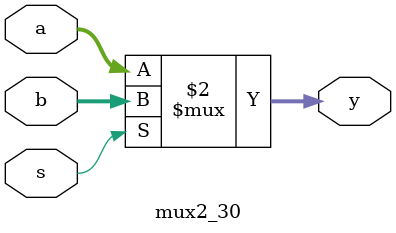
<source format=v>
module mux2_30(a, b, s, y);
input s;
input [29:0] a, b;
output[29:0] y;

assign y = (s==0) ? a : b;
endmodule

</source>
